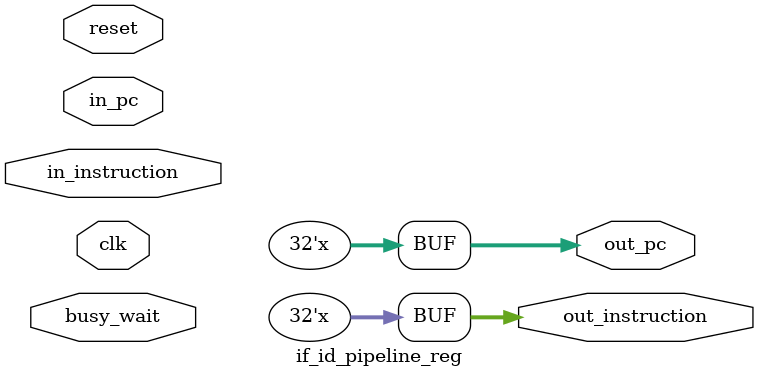
<source format=v>
module if_id_pipeline_reg(
    input [31:0] in_instruction, // Input instruction from instruction memory
    input [31:0] in_pc, // Input program counter value from program counter module
    output reg [31:0] out_instruction, // Output instruction to decode stage
    output reg [31:0] out_pc, // Output program counter value to program counter module
    input clk, // Clock signal
    input reset, // Reset signal
    input busy_wait // Stall signal to hold pipeline stage
);

    // RESET output registers on active reset
    always @(*) begin
        if (reset) begin
            #1; // Delay to allow reset signal to settle
            out_instruction = 32'dx; // Set out_instruction to 'x' value
            out_pc = 32'dx; // Set out_pc to 'x' value
        end
    end

    // Write input values to output registers on positive edge of clock signal
    always @(posedge clk) begin
        #0; // Delay to synchronize with other stages
        if (!busy_wait && !reset) begin
            out_instruction <= in_instruction; // Write in_instruction to out_instruction
            out_pc <= in_pc; // Write in_pc to out_pc
        end
    end

endmodule


// module if_id_pipeline_reg(
//     IN_INSTRUCTION, 
//     IN_PC, 
//     OUT_INSTRUCTION, 
//     OUT_PC, 
//     CLK, 
//     RESET, 
//     BUSYWAIT);

//     //declare the ports
//     input [31:0] IN_INSTRUCTION, IN_PC;
//     input CLK, RESET, BUSYWAIT;
//     output reg [31:0] OUT_INSTRUCTION, OUT_PC;

//     //RESETTING output registers
//     always @ (*) begin
//         if (RESET) begin
//             #1;
//             OUT_PC = 32'dx;
//             OUT_INSTRUCTION = 32'dx;
//         end
//     end

//     //Writing the input values to the output registers, 
//     //when the RESET is low and when the CLOCK is at a positive edge and BUSYWAIT is low 
//     always @(posedge CLK)
//     begin
//         #0;
//         if (!BUSYWAIT) begin
//             OUT_PC <= IN_PC;
//             OUT_INSTRUCTION <= IN_INSTRUCTION;
//         end
//     end

// endmodule

// module if_id_pipeline_reg(
//     input [31:0] instruction_in, // input instruction from instruction memory
//     input [31:0] pc_in, // input program counter value from program counter module
//     output reg [31:0] instruction_out, // output instruction to decode stage
//     output reg [31:0] pc_out, // output program counter value to program counter module
//     input clk, // clock signal
//     input reset, // reset signal
//     input busy_wait // stall signal to hold pipeline stage
// );

//     // RESET output registers on active reset
//     always @(*) begin
//         if (reset) begin
//             #1; // delay to allow reset signal to settle
//             instruction_out = 32'dx; // set instruction_out to 'x' value
//             pc_out = 32'dx; // set pc_out to 'x' value
//         end
//     end

//     // Write input values to output registers on positive edge of clock signal
//     always @(posedge clk) begin
//         #0; // delay to synchronize with other stages
//         if (!busy_wait && !reset) begin
//             instruction_out <= instruction_in; // write instruction_in to instruction_out
//             pc_out <= pc_in; // write pc_in to pc_out
//         end
//     end

// endmodule

</source>
